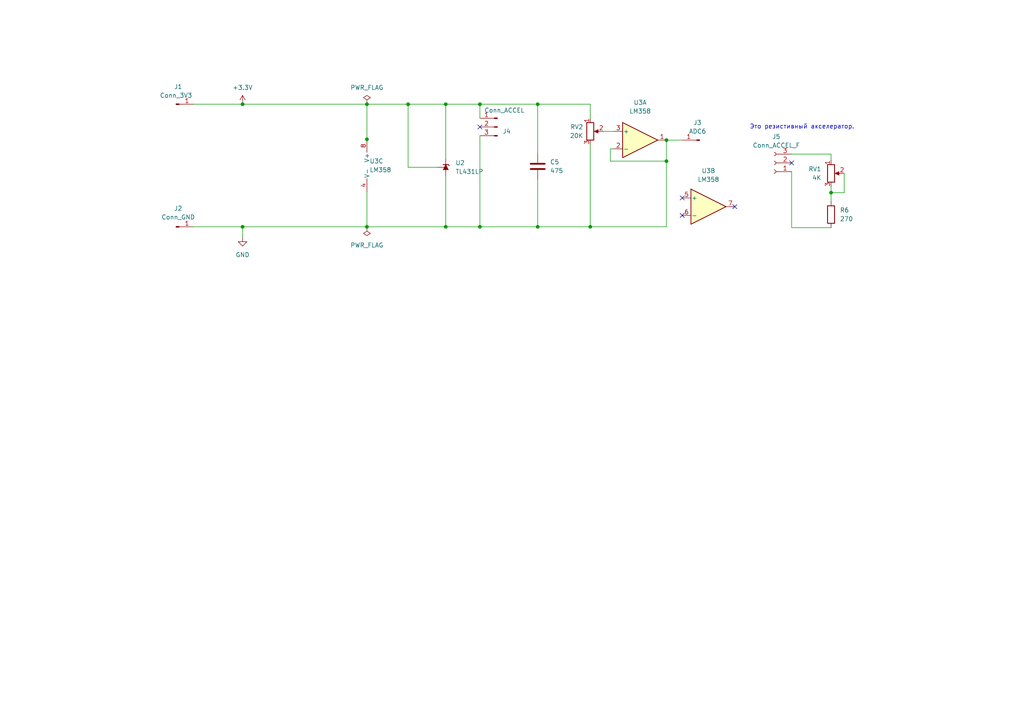
<source format=kicad_sch>
(kicad_sch (version 20211123) (generator eeschema)
  (paper "A4")
  (lib_symbols
    (symbol "Amplifier_Operational:TL072" (pin_names (offset 0.127))
      (property "Reference" "U" (at 0 5.08 0))
      (property "Value" "TL072" (at 0 -5.08 0))
      (symbol "TL072_1_1"
        (polyline (pts (xy -5.08 5.08) (xy 5.08 0) (xy -5.08 -5.08) (xy -5.08 5.08)) (stroke (width 0.254)) (fill (type background)))
        (pin output line (at 7.62 0 180) (length 2.54) (name "~") (number "1"))
        (pin input line (at -7.62 -2.54 0) (length 2.54) (name "-") (number "2"))
        (pin input line (at -7.62 2.54 0) (length 2.54) (name "+") (number "3"))
      )
      (symbol "TL072_2_1"
        (polyline (pts (xy -5.08 5.08) (xy 5.08 0) (xy -5.08 -5.08) (xy -5.08 5.08)) (stroke (width 0.254)) (fill (type background)))
        (pin input line (at -7.62 2.54 0) (length 2.54) (name "+") (number "5"))
        (pin input line (at -7.62 -2.54 0) (length 2.54) (name "-") (number "6"))
        (pin output line (at 7.62 0 180) (length 2.54) (name "~") (number "7"))
      )
      (symbol "TL072_3_1"
        (pin power_in line (at -2.54 -7.62 90) (length 3.81) (name "V-") (number "4"))
        (pin power_in line (at -2.54 7.62 270) (length 3.81) (name "V+") (number "8"))
      )
    )
    (symbol "Connector:Conn_01x01_Male" (pin_names (offset 1.016) hide)
      (property "Reference" "J" (at 0 2.54 0))
      (property "Value" "Conn_01x01_Male" (at 0 -2.54 0))
      (symbol "Conn_01x01_Male_1_1"
        (polyline (pts (xy 1.27 0) (xy 0.8636 0)) (stroke (width 0.1524)))
        (rectangle (start 0.8636 0.127) (end 0 -0.127) (stroke (width 0.1524)) (fill (type outline)))
        (pin passive line (at 5.08 0 180) (length 3.81) (name "Pin_1") (number "1"))
      )
    )
    (symbol "Connector:Conn_01x03_Female" (pin_names (offset 1.016) hide)
      (property "Reference" "J" (at 0 5.08 0))
      (property "Value" "Conn_01x03_Female" (at 0 -5.08 0))
      (symbol "Conn_01x03_Female_1_1"
        (arc (start 0 -2.032) (mid -0.508 -2.54) (end 0 -3.048) (stroke (width 0.1524)))
        (polyline (pts (xy -1.27 -2.54) (xy -0.508 -2.54)) (stroke (width 0.1524)))
        (polyline (pts (xy -1.27 0) (xy -0.508 0)) (stroke (width 0.1524)))
        (polyline (pts (xy -1.27 2.54) (xy -0.508 2.54)) (stroke (width 0.1524)))
        (arc (start 0 0.508) (mid -0.508 0) (end 0 -0.508) (stroke (width 0.1524)))
        (arc (start 0 3.048) (mid -0.508 2.54) (end 0 2.032) (stroke (width 0.1524)))
        (pin passive line (at -5.08 2.54 0) (length 3.81) (name "Pin_1") (number "1"))
        (pin passive line (at -5.08 0 0) (length 3.81) (name "Pin_2") (number "2"))
        (pin passive line (at -5.08 -2.54 0) (length 3.81) (name "Pin_3") (number "3"))
      )
    )
    (symbol "Connector:Conn_01x03_Male" (pin_names (offset 1.016) hide)
      (property "Reference" "J" (at 0 5.08 0))
      (property "Value" "Conn_01x03_Male" (at 0 -5.08 0))
      (symbol "Conn_01x03_Male_1_1"
        (polyline (pts (xy 1.27 -2.54) (xy 0.8636 -2.54)) (stroke (width 0.1524)))
        (polyline (pts (xy 1.27 0) (xy 0.8636 0)) (stroke (width 0.1524)))
        (polyline (pts (xy 1.27 2.54) (xy 0.8636 2.54)) (stroke (width 0.1524)))
        (rectangle (start 0.8636 -2.413) (end 0 -2.667) (stroke (width 0.1524)) (fill (type outline)))
        (rectangle (start 0.8636 0.127) (end 0 -0.127) (stroke (width 0.1524)) (fill (type outline)))
        (rectangle (start 0.8636 2.667) (end 0 2.413) (stroke (width 0.1524)) (fill (type outline)))
        (pin passive line (at 5.08 2.54 180) (length 3.81) (name "Pin_1") (number "1"))
        (pin passive line (at 5.08 0 180) (length 3.81) (name "Pin_2") (number "2"))
        (pin passive line (at 5.08 -2.54 180) (length 3.81) (name "Pin_3") (number "3"))
      )
    )
    (symbol "Device:C" (pin_numbers hide) (pin_names (offset 0.254))
      (property "Reference" "C" (at 0.635 2.54 0))
      (property "Value" "C" (at 0.635 -2.54 0))
      (symbol "C_0_1"
        (polyline (pts (xy -2.032 -0.762) (xy 2.032 -0.762)) (stroke (width 0.508)))
        (polyline (pts (xy -2.032 0.762) (xy 2.032 0.762)) (stroke (width 0.508)))
      )
      (symbol "C_1_1"
        (pin passive line (at 0 3.81 270) (length 2.794) (name "~") (number "1"))
        (pin passive line (at 0 -3.81 90) (length 2.794) (name "~") (number "2"))
      )
    )
    (symbol "Device:R" (pin_numbers hide) (pin_names (offset 0))
      (property "Reference" "R" (at 2.032 0 90))
      (property "Value" "R" (at 0 0 90))
      (symbol "R_0_1"
        (rectangle (start -1.016 -2.54) (end 1.016 2.54) (stroke (width 0.254)))
      )
      (symbol "R_1_1"
        (pin passive line (at 0 3.81 270) (length 1.27) (name "~") (number "1"))
        (pin passive line (at 0 -3.81 90) (length 1.27) (name "~") (number "2"))
      )
    )
    (symbol "Device:R_Potentiometer" (pin_names (offset 1.016) hide)
      (property "Reference" "RV" (at -4.445 0 90))
      (property "Value" "R_Potentiometer" (at -2.54 0 90))
      (symbol "R_Potentiometer_0_1"
        (polyline (pts (xy 2.54 0) (xy 1.524 0)))
        (polyline (pts (xy 1.143 0) (xy 2.286 0.508) (xy 2.286 -0.508) (xy 1.143 0)) (fill (type outline)))
        (rectangle (start 1.016 2.54) (end -1.016 -2.54) (stroke (width 0.254)))
      )
      (symbol "R_Potentiometer_1_1"
        (pin passive line (at 0 3.81 270) (length 1.27) (name "1") (number "1"))
        (pin passive line (at 3.81 0 180) (length 1.27) (name "2") (number "2"))
        (pin passive line (at 0 -3.81 90) (length 1.27) (name "3") (number "3"))
      )
    )
    (symbol "Reference_Voltage:TL431LP" (pin_numbers hide) (pin_names hide)
      (property "Reference" "U" (at -2.54 2.54 0))
      (property "Value" "TL431LP" (at 0 -2.54 0))
      (symbol "TL431LP_0_1"
        (polyline (pts (xy -1.27 0) (xy 0 0) (xy 1.27 0)))
        (polyline (pts (xy -0.762 0.762) (xy 0.762 0) (xy -0.762 -0.762)) (fill (type outline)))
        (polyline (pts (xy 0.508 -1.016) (xy 0.762 -0.762) (xy 0.762 0.762) (xy 0.762 0.762)) (stroke (width 0.254)))
      )
      (symbol "TL431LP_1_1"
        (pin passive line (at 0 2.54 270) (length 2.54) (name "REF") (number "1"))
        (pin passive line (at -2.54 0 0) (length 2.54) (name "A") (number "2"))
        (pin passive line (at 2.54 0 180) (length 2.54) (name "K") (number "3"))
      )
    )
    (symbol "power:+3.3V" (power) (pin_names (offset 0))
      (property "Value" "+3.3V" (at 0 3.556 0))
      (symbol "+3.3V_0_1"
        (polyline (pts (xy -0.762 1.27) (xy 0 2.54)))
        (polyline (pts (xy 0 0) (xy 0 2.54)))
        (polyline (pts (xy 0 2.54) (xy 0.762 1.27)))
      )
      (symbol "+3.3V_1_1"
        (pin power_in line (at 0 0 90) (length 0) hide (name "+3.3V") (number "1"))
      )
    )
    (symbol "power:GND" (power) (pin_names (offset 0))
      (property "Value" "GND" (at 0 -3.81 0))
      (symbol "GND_0_1"
        (polyline (pts (xy 0 0) (xy 0 -1.27) (xy 1.27 -1.27) (xy 0 -2.54) (xy -1.27 -1.27) (xy 0 -1.27)))
      )
      (symbol "GND_1_1"
        (pin power_in line (at 0 0 270) (length 0) hide (name "GND") (number "1"))
      )
    )
    (symbol "power:PWR_FLAG" (power) (pin_numbers hide) (pin_names (offset 0) hide)
      (property "Value" "PWR_FLAG" (at 0 3.81 0))
      (symbol "PWR_FLAG_0_0"
        (pin power_out line (at 0 0 90) (length 0) (name "pwr") (number "1"))
      )
      (symbol "PWR_FLAG_0_1"
        (polyline (pts (xy 0 0) (xy 0 1.27) (xy -1.016 1.905) (xy 0 2.54) (xy 1.016 1.905) (xy 0 1.27)))
      )
    )
  )
  (junction (at 241.046 55.88))
  (junction (at 139.192 30.226))
  (junction (at 155.956 65.786))
  (junction (at 118.364 30.226))
  (junction (at 193.294 46.736))
  (junction (at 106.426 65.786))
  (junction (at 70.358 65.786))
  (junction (at 106.426 30.226))
  (junction (at 139.192 65.786))
  (junction (at 70.358 30.226))
  (junction (at 193.294 40.64))
  (junction (at 155.956 30.226))
  (junction (at 106.426 40.386))
  (junction (at 171.196 65.786))
  (junction (at 129.286 30.226))
  (junction (at 129.286 65.786))
  (no_connect (at 229.616 47.244))
  (no_connect (at 197.866 62.484))
  (no_connect (at 197.866 57.404))
  (no_connect (at 213.106 59.944))
  (no_connect (at 139.192 36.83))
  (wire (pts (xy 129.286 30.226) (xy 129.286 45.974)))
  (wire (pts (xy 139.192 39.37) (xy 139.192 65.786)))
  (wire (pts (xy 171.196 30.226) (xy 155.956 30.226)))
  (wire (pts (xy 244.856 55.88) (xy 244.856 50.292)))
  (wire (pts (xy 106.426 55.626) (xy 106.426 65.786)))
  (wire (pts (xy 118.364 30.226) (xy 129.286 30.226)))
  (wire (pts (xy 106.426 30.226) (xy 118.364 30.226)))
  (wire (pts (xy 155.956 65.786) (xy 171.196 65.786)))
  (wire (pts (xy 193.294 40.64) (xy 197.866 40.64)))
  (wire (pts (xy 106.426 30.226) (xy 106.426 40.386)))
  (wire (pts (xy 193.294 46.736) (xy 193.294 65.786)))
  (wire (pts (xy 241.046 55.88) (xy 241.046 58.42)))
  (wire (pts (xy 241.046 44.704) (xy 241.046 46.482)))
  (wire (pts (xy 70.358 65.786) (xy 106.426 65.786)))
  (wire (pts (xy 175.006 38.1) (xy 178.054 38.1)))
  (wire (pts (xy 155.956 44.45) (xy 155.956 30.226)))
  (wire (pts (xy 56.134 65.786) (xy 70.358 65.786)))
  (wire (pts (xy 229.616 49.784) (xy 229.616 66.04)))
  (wire (pts (xy 106.426 40.386) (xy 106.426 40.64)))
  (wire (pts (xy 177.038 46.736) (xy 193.294 46.736)))
  (wire (pts (xy 139.192 30.226) (xy 139.192 34.29)))
  (wire (pts (xy 70.358 30.226) (xy 106.426 30.226)))
  (wire (pts (xy 171.196 34.29) (xy 171.196 30.226)))
  (wire (pts (xy 70.358 68.834) (xy 70.358 65.786)))
  (wire (pts (xy 56.134 30.226) (xy 70.358 30.226)))
  (wire (pts (xy 171.196 41.91) (xy 171.196 65.786)))
  (wire (pts (xy 139.192 65.786) (xy 155.956 65.786)))
  (wire (pts (xy 126.746 48.514) (xy 118.364 48.514)))
  (wire (pts (xy 241.046 55.88) (xy 244.856 55.88)))
  (wire (pts (xy 229.616 44.704) (xy 241.046 44.704)))
  (wire (pts (xy 129.286 30.226) (xy 139.192 30.226)))
  (wire (pts (xy 155.956 30.226) (xy 139.192 30.226)))
  (wire (pts (xy 177.038 43.18) (xy 177.038 46.736)))
  (wire (pts (xy 129.286 65.786) (xy 139.192 65.786)))
  (wire (pts (xy 241.046 55.88) (xy 241.046 54.102)))
  (wire (pts (xy 155.956 52.07) (xy 155.956 65.786)))
  (wire (pts (xy 171.196 65.786) (xy 193.294 65.786)))
  (wire (pts (xy 229.616 66.04) (xy 241.046 66.04)))
  (wire (pts (xy 106.426 65.786) (xy 129.286 65.786)))
  (wire (pts (xy 129.286 65.786) (xy 129.286 51.054)))
  (wire (pts (xy 178.054 43.18) (xy 177.038 43.18)))
  (wire (pts (xy 118.364 30.226) (xy 118.364 48.514)))
  (wire (pts (xy 193.294 46.736) (xy 193.294 40.64)))
  (text "Это резистивный акселератор. " (at 217.424 37.592 0) (effects (font (size 1.27 1.27)) (justify left bottom)))
  (symbol (lib_id "Device:R_Potentiometer") (at 171.196 38.1 0) (unit 1)
    (property "Reference" "RV2" (at 169.164 36.8299 0) (effects (justify right)))
    (property "Value" "20K" (at 169.164 39.3699 0) (effects (justify right)))
    (property "Footprint" "Potentiometer_THT:Potentiometer_ACP_CA9-V10_Vertical" (effects hide))
  )
  (symbol (lib_id "Connector:Conn_01x01_Male") (at 51.054 30.226 0) (unit 1)
    (property "Reference" "J1" (at 51.689 25.146 0))
    (property "Value" "Conn_3V3" (at 51.054 27.686 0))
    (property "Footprint" "Connector_PinHeader_2.54mm:PinHeader_1x01_P2.54mm_Vertical" (effects hide))
  )
  (symbol (lib_id "power:+3.3V") (at 70.358 30.226 0) (unit 1)
    (property "Reference" "#PWR01" (effects hide))
    (property "Value" "+3.3V" (at 70.358 25.4 0))
  )
  (symbol (lib_id "Connector:Conn_01x03_Female") (at 224.536 47.244 180) (unit 1)
    (property "Reference" "J5" (at 225.171 39.624 0))
    (property "Value" "Conn_ACCEL_F" (at 225.171 42.164 0))
  )
  (symbol (lib_id "power:PWR_FLAG") (at 106.426 30.226 0) (unit 1)
    (property "Reference" "#FLG01" (effects hide))
    (property "Value" "PWR_FLAG" (at 106.426 25.4 0))
  )
  (symbol (lib_id "Device:R") (at 241.046 62.23 180) (unit 1)
    (property "Reference" "R6" (at 243.586 60.9599 0) (effects (justify right)))
    (property "Value" "270" (at 243.586 63.4999 0) (effects (justify right)))
  )
  (symbol (lib_id "power:PWR_FLAG") (at 106.426 65.786 180) (unit 1)
    (property "Reference" "#FLG02" (effects hide))
    (property "Value" "PWR_FLAG" (at 106.426 71.12 0))
  )
  (symbol (lib_id "Device:R_Potentiometer") (at 241.046 50.292 0) (unit 1)
    (property "Reference" "RV1" (at 238.252 49.0219 0) (effects (justify right)))
    (property "Value" "4K" (at 238.252 51.5619 0) (effects (justify right)))
  )
  (symbol (lib_id "Connector:Conn_01x01_Male") (at 202.946 40.64 180) (unit 1)
    (property "Reference" "J3" (at 202.311 35.56 0))
    (property "Value" "ADC6" (at 202.311 38.1 0))
    (property "Footprint" "Connector_PinHeader_2.54mm:PinHeader_1x01_P2.54mm_Vertical" (effects hide))
  )
  (symbol (lib_id "Amplifier_Operational:TL072") (at 108.966 48.006 0) (unit 3)
    (property "Reference" "U3" (at 107.188 46.7359 0) (effects (justify left)))
    (property "Value" "LM358" (at 107.188 49.2759 0) (effects (justify left)))
    (property "Footprint" "Package_DIP:DIP-8_W7.62mm" (effects hide))
    (property "Datasheet" "http://www.ti.com/lit/ds/symlink/tl071.pdf" (effects hide))
  )
  (symbol (lib_id "Amplifier_Operational:TL072") (at 185.674 40.64 0) (unit 1)
    (property "Reference" "U3" (at 185.674 29.718 0))
    (property "Value" "LM358" (at 185.674 32.258 0))
    (property "Footprint" "Package_DIP:DIP-8_W7.62mm" (effects hide))
    (property "Datasheet" "http://www.ti.com/lit/ds/symlink/tl071.pdf" (effects hide))
  )
  (symbol (lib_id "Connector:Conn_01x01_Male") (at 51.054 65.786 0) (unit 1)
    (property "Reference" "J2" (at 51.689 60.452 0))
    (property "Value" "Conn_GND" (at 51.689 62.992 0))
    (property "Footprint" "Connector_PinHeader_2.54mm:PinHeader_1x01_P2.54mm_Vertical" (effects hide))
  )
  (symbol (lib_id "Reference_Voltage:TL431LP") (at 129.286 48.514 90) (unit 1)
    (property "Reference" "U2" (at 132.08 47.2439 90) (effects (justify right)))
    (property "Value" "TL431LP" (at 132.08 49.7839 90) (effects (justify right)))
    (property "Footprint" "Package_TO_SOT_THT:TO-92L_Wide" (effects hide))
    (property "Datasheet" "http://www.ti.com/lit/ds/symlink/tl431.pdf" (effects hide))
  )
  (symbol (lib_id "Amplifier_Operational:TL072") (at 205.486 59.944 0) (unit 2)
    (property "Reference" "U3" (at 205.486 49.53 0))
    (property "Value" "LM358" (at 205.486 52.07 0))
    (property "Footprint" "Package_DIP:DIP-8_W7.62mm" (effects hide))
    (property "Datasheet" "http://www.ti.com/lit/ds/symlink/tl071.pdf" (effects hide))
  )
  (symbol (lib_id "Device:C") (at 155.956 48.26 180) (unit 1)
    (property "Reference" "C5" (at 159.512 46.9899 0) (effects (justify right)))
    (property "Value" "475" (at 159.512 49.5299 0) (effects (justify right)))
    (property "Footprint" "Capacitor_THT:C_Disc_D3.0mm_W2.0mm_P2.50mm" (effects hide))
  )
  (symbol (lib_id "Connector:Conn_01x03_Male") (at 144.272 36.83 0) (mirror y) (unit 1)
    (property "Reference" "J4" (at 145.796 38.1001 0) (effects (justify right)))
    (property "Value" "Conn_ACCEL" (at 140.462 32.004 0) (effects (justify right)))
    (property "Footprint" "Connector:FanPinHeader_1x03_P2.54mm_Vertical" (effects hide))
  )
  (symbol (lib_id "power:GND") (at 70.358 68.834 0) (unit 1)
    (property "Reference" "#PWR09" (effects hide))
    (property "Value" "GND" (at 70.358 73.914 0))
  )
)
</source>
